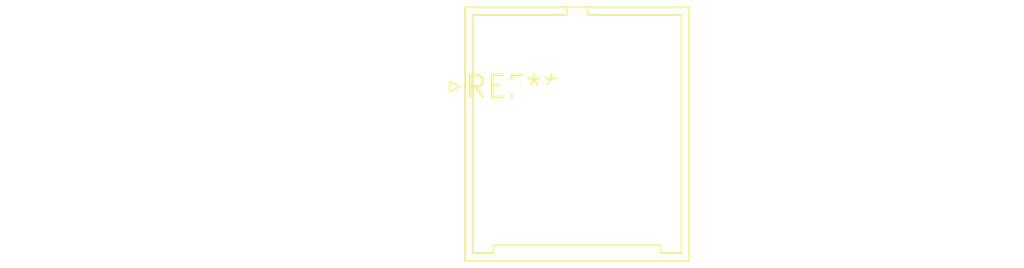
<source format=kicad_pcb>
(kicad_pcb (version 20240108) (generator pcbnew)
  (layers (0 "F.Cu" signal) (31 "B.Cu" signal) (34 "B.Paste" user) (35 "F.Paste" user) (36 "B.SilkS" user "B.Silkscreen") (37 "F.SilkS" user "F.Silkscreen") (38 "B.Mask" user) (39 "F.Mask" user) (44 "Edge.Cuts" user))
  (net 0 "")
  (footprint "JST_J2100_B08B-J21DK-GGXR_2x04_P2.50x4.00mm_Vertical" (layer "F.Cu") (at 0 0)
    (property "Reference" "REF**")
    (property "Value" "JST_J2100_B08B-J21DK-GGXR_2x04_P2.50x4.00mm_Vertical")
    (fp_line (start -3.6 -0.3) (end -3 0) (layer "F.SilkS") (stroke (width 0.12)))
    (fp_line (start -3.6 0.3) (end -3.6 -0.3) (layer "F.SilkS") (stroke (width 0.12)))
    (fp_line (start -3 0) (end -3.6 0.3) (layer "F.SilkS") (stroke (width 0.12)))
    (fp_line (start -2.71 -4.59) (end -2.71 10.03) (layer "F.SilkS") (stroke (width 0.12)))
    (fp_line (start -2.71 10.03) (end 10.21 10.03) (layer "F.SilkS") (stroke (width 0.12)))
    (fp_line (start -2.26 -4.14) (end -2.26 9.58) (layer "F.SilkS") (stroke (width 0.12)))
    (fp_line (start -2.26 9.58) (end -1.06 9.58) (layer "F.SilkS") (stroke (width 0.12)))
    (fp_line (start -1.06 9.13) (end 3.75 9.13) (layer "F.SilkS") (stroke (width 0.12)))
    (fp_line (start -1.06 9.58) (end -1.06 9.13) (layer "F.SilkS") (stroke (width 0.12)))
    (fp_line (start 3.15 -4.59) (end 3.15 -4.14) (layer "F.SilkS") (stroke (width 0.12)))
    (fp_line (start 3.15 -4.14) (end -2.26 -4.14) (layer "F.SilkS") (stroke (width 0.12)))
    (fp_line (start 4.35 -4.59) (end 4.35 -4.14) (layer "F.SilkS") (stroke (width 0.12)))
    (fp_line (start 4.35 -4.14) (end 9.76 -4.14) (layer "F.SilkS") (stroke (width 0.12)))
    (fp_line (start 8.56 9.13) (end 3.75 9.13) (layer "F.SilkS") (stroke (width 0.12)))
    (fp_line (start 8.56 9.58) (end 8.56 9.13) (layer "F.SilkS") (stroke (width 0.12)))
    (fp_line (start 9.76 -4.14) (end 9.76 9.58) (layer "F.SilkS") (stroke (width 0.12)))
    (fp_line (start 9.76 9.58) (end 8.56 9.58) (layer "F.SilkS") (stroke (width 0.12)))
    (fp_line (start 10.21 -4.59) (end -2.71 -4.59) (layer "F.SilkS") (stroke (width 0.12)))
    (fp_line (start 10.21 10.03) (end 10.21 -4.59) (layer "F.SilkS") (stroke (width 0.12)))
    (pad "" thru_hole circle (at 0 7.3) (size 3 3) (drill 2) (layers *.Cu *.Mask) (remove_unused_layers))
    (pad "" thru_hole circle (at 7.5 7.3) (size 3 3) (drill 2) (layers *.Cu *.Mask) (remove_unused_layers))
    (pad "1" thru_hole roundrect (at 0 0) (size 1.7 1.86) (drill 0.86) (layers *.Cu *.Mask) (remove_unused_layers) (roundrect_rratio 0.147059))
    (pad "2" thru_hole oval (at 2.5 0) (size 1.7 1.86) (drill 0.86) (layers *.Cu *.Mask) (remove_unused_layers))
    (pad "3" thru_hole oval (at 5 0) (size 1.7 1.86) (drill 0.86) (layers *.Cu *.Mask) (remove_unused_layers))
    (pad "4" thru_hole oval (at 7.5 0) (size 1.7 1.86) (drill 0.86) (layers *.Cu *.Mask) (remove_unused_layers))
    (pad "5" thru_hole oval (at 0 4) (size 1.7 1.86) (drill 0.86) (layers *.Cu *.Mask) (remove_unused_layers))
    (pad "6" thru_hole oval (at 2.5 4) (size 1.7 1.86) (drill 0.86) (layers *.Cu *.Mask) (remove_unused_layers))
    (pad "7" thru_hole oval (at 5 4) (size 1.7 1.86) (drill 0.86) (layers *.Cu *.Mask) (remove_unused_layers))
    (pad "8" thru_hole oval (at 7.5 4) (size 1.7 1.86) (drill 0.86) (layers *.Cu *.Mask) (remove_unused_layers))
  )
)
</source>
